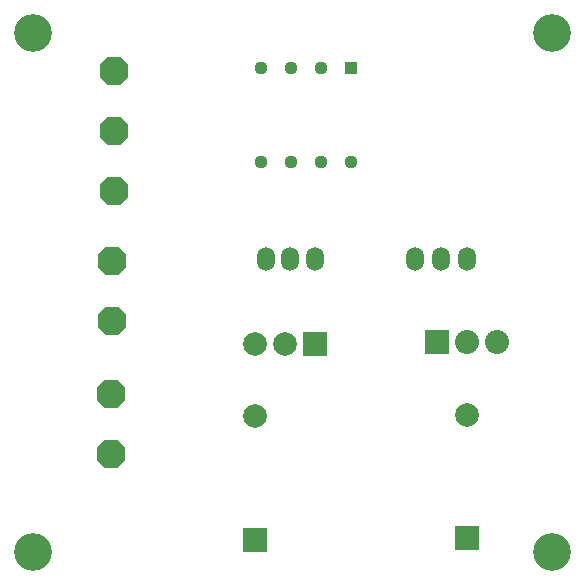
<source format=gtl>
%FSDAX23Y23*%
%MOIN*%
%SFA1B1*%

%IPPOS*%
%AMD12*
4,1,8,-0.047200,-0.019500,-0.019500,-0.047200,0.019500,-0.047200,0.047200,-0.019500,0.047200,0.019500,0.019500,0.047200,-0.019500,0.047200,-0.047200,0.019500,-0.047200,-0.019500,0.0*
%
%ADD10C,0.125980*%
%ADD11C,0.044490*%
G04~CAMADD=12~4~0.0~0.0~944.9~944.9~0.0~276.7~0~0.0~0.0~0.0~0.0~0~0.0~0.0~0.0~0.0~0~0.0~0.0~0.0~135.0~944.9~944.9*
%ADD12D12*%
%ADD13C,0.078740*%
%ADD14R,0.078740X0.078740*%
%ADD15R,0.044490X0.044490*%
%ADD16R,0.080320X0.080320*%
%ADD17C,0.080320*%
%ADD18R,0.079130X0.079130*%
%ADD19C,0.079130*%
%ADD20O,0.059060X0.078740*%
%ADD21O,0.059060X0.078740*%
%LNpcb1-1*%
%LPD*%
G54D10*
X00118Y01850D03*
X01850D03*
Y00118D03*
X00118D03*
G54D11*
X00977Y01731D03*
X01077D03*
X00877D03*
Y01418D03*
X00977D03*
X01077D03*
X01177D03*
G54D12*
X00389Y01523D03*
Y01723D03*
Y01323D03*
X00377Y00445D03*
Y00645D03*
X00381Y00890D03*
Y01090D03*
G54D13*
X01566Y00575D03*
X00859Y00572D03*
G54D14*
X01566Y00164D03*
X00859Y00160D03*
G54D15*
X01177Y01731D03*
G54D16*
X01466Y00818D03*
G54D17*
X01566Y00818D03*
X01666D03*
G54D18*
X01059Y00811D03*
G54D19*
X00959Y00811D03*
X00859D03*
G54D20*
X00896Y01094D03*
X01057D03*
X01566D03*
X01393D03*
G54D21*
X00976Y01094D03*
X01480D03*
M02*
</source>
